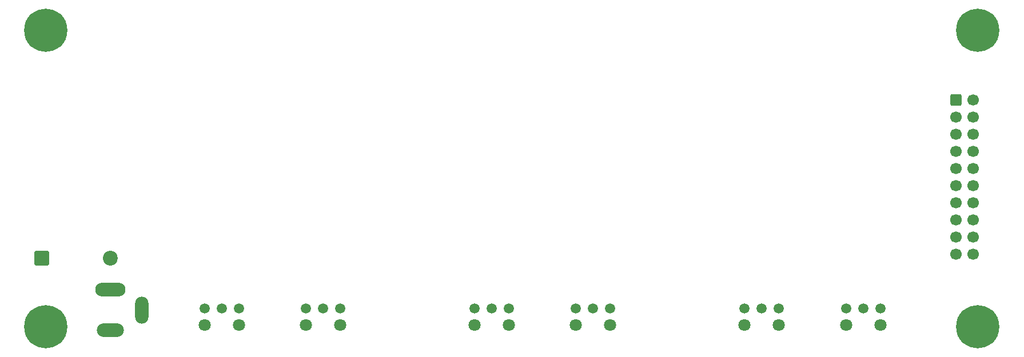
<source format=gbs>
G04 #@! TF.GenerationSoftware,KiCad,Pcbnew,9.0.5*
G04 #@! TF.CreationDate,2025-10-23T02:30:18+02:00*
G04 #@! TF.ProjectId,supply-board,73757070-6c79-42d6-926f-6172642e6b69,1.0a*
G04 #@! TF.SameCoordinates,Original*
G04 #@! TF.FileFunction,Soldermask,Bot*
G04 #@! TF.FilePolarity,Negative*
%FSLAX46Y46*%
G04 Gerber Fmt 4.6, Leading zero omitted, Abs format (unit mm)*
G04 Created by KiCad (PCBNEW 9.0.5) date 2025-10-23 02:30:18*
%MOMM*%
%LPD*%
G01*
G04 APERTURE LIST*
G04 Aperture macros list*
%AMRoundRect*
0 Rectangle with rounded corners*
0 $1 Rounding radius*
0 $2 $3 $4 $5 $6 $7 $8 $9 X,Y pos of 4 corners*
0 Add a 4 corners polygon primitive as box body*
4,1,4,$2,$3,$4,$5,$6,$7,$8,$9,$2,$3,0*
0 Add four circle primitives for the rounded corners*
1,1,$1+$1,$2,$3*
1,1,$1+$1,$4,$5*
1,1,$1+$1,$6,$7*
1,1,$1+$1,$8,$9*
0 Add four rect primitives between the rounded corners*
20,1,$1+$1,$2,$3,$4,$5,0*
20,1,$1+$1,$4,$5,$6,$7,0*
20,1,$1+$1,$6,$7,$8,$9,0*
20,1,$1+$1,$8,$9,$2,$3,0*%
G04 Aperture macros list end*
%ADD10C,6.400000*%
%ADD11C,1.500000*%
%ADD12C,1.800000*%
%ADD13RoundRect,1.000000X1.250000X0.000010X-1.250000X0.000010X-1.250000X-0.000010X1.250000X-0.000010X0*%
%ADD14RoundRect,1.000000X1.000000X0.000010X-1.000000X0.000010X-1.000000X-0.000010X1.000000X-0.000010X0*%
%ADD15RoundRect,1.000000X0.000010X1.000000X-0.000010X1.000000X-0.000010X-1.000000X0.000010X-1.000000X0*%
%ADD16RoundRect,0.250000X-0.600000X-0.600000X0.600000X-0.600000X0.600000X0.600000X-0.600000X0.600000X0*%
%ADD17C,1.700000*%
%ADD18RoundRect,0.249999X-0.850001X-0.850001X0.850001X-0.850001X0.850001X0.850001X-0.850001X0.850001X0*%
%ADD19C,2.200000*%
G04 APERTURE END LIST*
D10*
X181198000Y-68516400D03*
D11*
X66658000Y-109756400D03*
X69198000Y-109756400D03*
X71738000Y-109756400D03*
D12*
X71738000Y-112276400D03*
X66658000Y-112276400D03*
D10*
X181198000Y-112516400D03*
X43198000Y-112516400D03*
D11*
X121658000Y-109756400D03*
X124198000Y-109756400D03*
X126738000Y-109756400D03*
D12*
X126738000Y-112276400D03*
X121658000Y-112276400D03*
D11*
X161658000Y-109756400D03*
X164198000Y-109756400D03*
X166738000Y-109756400D03*
D12*
X166738000Y-112276400D03*
X161658000Y-112276400D03*
D11*
X106658000Y-109756400D03*
X109198000Y-109756400D03*
X111738000Y-109756400D03*
D12*
X111738000Y-112276400D03*
X106658000Y-112276400D03*
D13*
X52698000Y-107016400D03*
D14*
X52698000Y-113016400D03*
D15*
X57398000Y-110016400D03*
D11*
X146658000Y-109756400D03*
X149198000Y-109756400D03*
X151738000Y-109756400D03*
D12*
X151738000Y-112276400D03*
X146658000Y-112276400D03*
D11*
X81658000Y-109756400D03*
X84198000Y-109756400D03*
X86738000Y-109756400D03*
D12*
X86738000Y-112276400D03*
X81658000Y-112276400D03*
D16*
X177963000Y-78900400D03*
D17*
X180503000Y-78900400D03*
X177963000Y-81440400D03*
X180503000Y-81440400D03*
X177963000Y-83980400D03*
X180503000Y-83980400D03*
X177963000Y-86520400D03*
X180503000Y-86520400D03*
X177963000Y-89060400D03*
X180503000Y-89060400D03*
X177963000Y-91600400D03*
X180503000Y-91600400D03*
X177963000Y-94140400D03*
X180503000Y-94140400D03*
X177963000Y-96680400D03*
X180503000Y-96680400D03*
X177963000Y-99220400D03*
X180503000Y-99220400D03*
X177963000Y-101760400D03*
X180503000Y-101760400D03*
D18*
X42586000Y-102304400D03*
D19*
X52746000Y-102304400D03*
D10*
X43198000Y-68516400D03*
M02*

</source>
